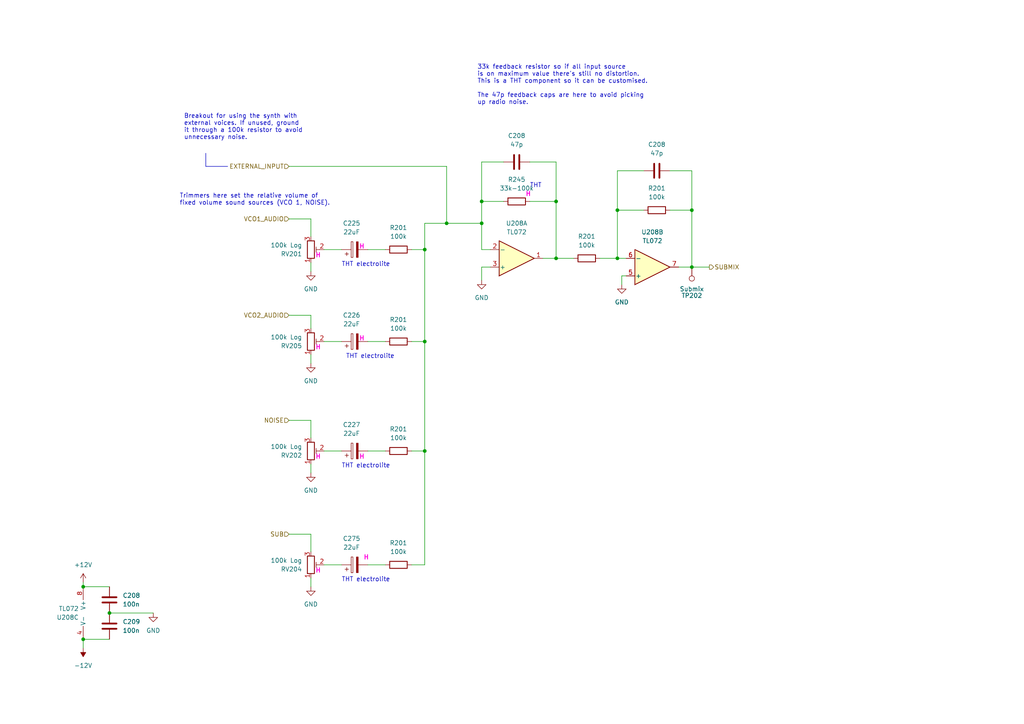
<source format=kicad_sch>
(kicad_sch (version 20231120) (generator "eeschema") (generator_version "8.0")
  (paper "A4")
  (title_block (title "Mixer"))
  (lib_symbols
    (symbol "Amplifier_Operational:TL072" (pin_names (offset 0.127))
      (property "Reference" "U" (at 0 5.08 0))
      (property "Value" "TL072" (at 0 -5.08 0))
      (symbol "TL072_1_1"
        (polyline (pts (xy -5.08 5.08) (xy 5.08 0) (xy -5.08 -5.08) (xy -5.08 5.08)) (stroke (width 0.254)) (fill (type background)))
        (pin output line (at 7.62 0 180) (length 2.54) (name "~") (number "1"))
        (pin input line (at -7.62 -2.54 0) (length 2.54) (name "-") (number "2"))
        (pin input line (at -7.62 2.54 0) (length 2.54) (name "+") (number "3"))
      )
      (symbol "TL072_2_1"
        (polyline (pts (xy -5.08 5.08) (xy 5.08 0) (xy -5.08 -5.08) (xy -5.08 5.08)) (stroke (width 0.254)) (fill (type background)))
        (pin input line (at -7.62 2.54 0) (length 2.54) (name "+") (number "5"))
        (pin input line (at -7.62 -2.54 0) (length 2.54) (name "-") (number "6"))
        (pin output line (at 7.62 0 180) (length 2.54) (name "~") (number "7"))
      )
      (symbol "TL072_3_1"
        (pin power_in line (at -2.54 -7.62 90) (length 3.81) (name "V-") (number "4"))
        (pin power_in line (at -2.54 7.62 270) (length 3.81) (name "V+") (number "8"))
      )
    )
    (symbol "Connector:TestPoint" (pin_numbers hide) (pin_names (offset 0.762) hide)
      (property "Reference" "TP" (at 0 6.858 0))
      (property "Value" "TestPoint" (at 0 5.08 0))
      (symbol "TestPoint_0_1"
        (circle (center 0 3.302) (radius 0.762))
      )
      (symbol "TestPoint_1_1"
        (pin passive line (at 0 0 90) (length 2.54) (name "1") (number "1"))
      )
    )
    (symbol "Device:C" (pin_numbers hide) (pin_names (offset 0.254))
      (property "Reference" "C" (at 0.635 2.54 0))
      (property "Value" "C" (at 0.635 -2.54 0))
      (symbol "C_0_1"
        (polyline (pts (xy -2.032 -0.762) (xy 2.032 -0.762)) (stroke (width 0.508)))
        (polyline (pts (xy -2.032 0.762) (xy 2.032 0.762)) (stroke (width 0.508)))
      )
      (symbol "C_1_1"
        (pin passive line (at 0 3.81 270) (length 2.794) (name "~") (number "1"))
        (pin passive line (at 0 -3.81 90) (length 2.794) (name "~") (number "2"))
      )
    )
    (symbol "Device:C_Polarized" (pin_numbers hide) (pin_names (offset 0.254))
      (property "Reference" "C" (at 0.635 2.54 0))
      (property "Value" "C_Polarized" (at 0.635 -2.54 0))
      (symbol "C_Polarized_0_1"
        (rectangle (start -2.286 0.508) (end 2.286 1.016))
        (polyline (pts (xy -1.778 2.286) (xy -0.762 2.286)))
        (polyline (pts (xy -1.27 2.794) (xy -1.27 1.778)))
        (rectangle (start 2.286 -0.508) (end -2.286 -1.016) (fill (type outline)))
      )
      (symbol "C_Polarized_1_1"
        (pin passive line (at 0 3.81 270) (length 2.794) (name "~") (number "1"))
        (pin passive line (at 0 -3.81 90) (length 2.794) (name "~") (number "2"))
      )
    )
    (symbol "Device:R" (pin_numbers hide) (pin_names (offset 0))
      (property "Reference" "R" (at 2.032 0 90))
      (property "Value" "R" (at 0 0 90))
      (symbol "R_0_1"
        (rectangle (start -1.016 -2.54) (end 1.016 2.54) (stroke (width 0.254)))
      )
      (symbol "R_1_1"
        (pin passive line (at 0 3.81 270) (length 1.27) (name "~") (number "1"))
        (pin passive line (at 0 -3.81 90) (length 1.27) (name "~") (number "2"))
      )
    )
    (symbol "Device:R_Potentiometer_Trim" (pin_names (offset 1.016) hide)
      (property "Reference" "RV" (at -4.445 0 90))
      (property "Value" "R_Potentiometer_Trim" (at -2.54 0 90))
      (symbol "R_Potentiometer_Trim_0_1"
        (polyline (pts (xy 1.524 0.762) (xy 1.524 -0.762)))
        (polyline (pts (xy 2.54 0) (xy 1.524 0)))
        (rectangle (start 1.016 2.54) (end -1.016 -2.54) (stroke (width 0.254)))
      )
      (symbol "R_Potentiometer_Trim_1_1"
        (pin passive line (at 0 3.81 270) (length 1.27) (name "1") (number "1"))
        (pin passive line (at 3.81 0 180) (length 1.27) (name "2") (number "2"))
        (pin passive line (at 0 -3.81 90) (length 1.27) (name "3") (number "3"))
      )
    )
    (symbol "power:+12V" (power) (pin_names (offset 0))
      (property "Value" "+12V" (at 0 3.556 0))
      (symbol "+12V_0_1"
        (polyline (pts (xy -0.762 1.27) (xy 0 2.54)))
        (polyline (pts (xy 0 0) (xy 0 2.54)))
        (polyline (pts (xy 0 2.54) (xy 0.762 1.27)))
      )
      (symbol "+12V_1_1"
        (pin power_in line (at 0 0 90) (length 0) hide (name "+12V") (number "1"))
      )
    )
    (symbol "power:-12V" (power) (pin_names (offset 0))
      (property "Value" "-12V" (at 0 3.81 0))
      (symbol "-12V_0_0"
        (pin power_in line (at 0 0 90) (length 0) hide (name "-12V") (number "1"))
      )
      (symbol "-12V_0_1"
        (polyline (pts (xy 0 0) (xy 0 1.27) (xy 0.762 1.27) (xy 0 2.54) (xy -0.762 1.27) (xy 0 1.27)) (fill (type outline)))
      )
    )
    (symbol "power:GND" (power) (pin_names (offset 0))
      (property "Value" "GND" (at 0 -3.81 0))
      (symbol "GND_0_1"
        (polyline (pts (xy 0 0) (xy 0 -1.27) (xy 1.27 -1.27) (xy 0 -2.54) (xy -1.27 -1.27) (xy 0 -1.27)))
      )
      (symbol "GND_1_1"
        (pin power_in line (at 0 0 270) (length 0) hide (name "GND") (number "1"))
      )
    )
  )
  (junction (at 123.19 72.39))
  (junction (at 179.07 74.93))
  (junction (at 123.19 130.81))
  (junction (at 31.75 177.8))
  (junction (at 129.54 64.77))
  (junction (at 161.29 74.93))
  (junction (at 179.07 60.96))
  (junction (at 200.66 77.47))
  (junction (at 139.7 58.42))
  (junction (at 123.19 99.06))
  (junction (at 24.13 185.42))
  (junction (at 161.29 58.42))
  (junction (at 24.13 170.18))
  (junction (at 139.7 64.77))
  (junction (at 200.66 60.96))
  (wire (pts (xy 194.31 60.96) (xy 200.66 60.96)))
  (wire (pts (xy 90.17 121.92) (xy 90.17 127)))
  (wire (pts (xy 180.34 82.55) (xy 180.34 80.01)))
  (wire (pts (xy 119.38 72.39) (xy 123.19 72.39)))
  (wire (pts (xy 90.17 78.74) (xy 90.17 76.2)))
  (wire (pts (xy 83.82 48.26) (xy 129.54 48.26)))
  (wire (pts (xy 24.13 187.96) (xy 24.13 185.42)))
  (wire (pts (xy 83.82 91.44) (xy 90.17 91.44)))
  (wire (pts (xy 83.82 121.92) (xy 90.17 121.92)))
  (wire (pts (xy 106.68 163.83) (xy 111.76 163.83)))
  (wire (pts (xy 123.19 130.81) (xy 123.19 163.83)))
  (wire (pts (xy 31.75 177.8) (xy 44.45 177.8)))
  (wire (pts (xy 129.54 64.77) (xy 139.7 64.77)))
  (wire (pts (xy 153.67 58.42) (xy 161.29 58.42)))
  (wire (pts (xy 161.29 74.93) (xy 166.37 74.93)))
  (wire (pts (xy 90.17 170.18) (xy 90.17 167.64)))
  (wire (pts (xy 179.07 60.96) (xy 179.07 74.93)))
  (wire (pts (xy 139.7 64.77) (xy 139.7 72.39)))
  (wire (pts (xy 90.17 154.94) (xy 90.17 160.02)))
  (wire (pts (xy 123.19 64.77) (xy 129.54 64.77)))
  (wire (pts (xy 106.68 72.39) (xy 111.76 72.39)))
  (wire (pts (xy 139.7 77.47) (xy 142.24 77.47)))
  (wire (pts (xy 173.99 74.93) (xy 179.07 74.93)))
  (wire (pts (xy 83.82 63.5) (xy 90.17 63.5)))
  (wire (pts (xy 119.38 130.81) (xy 123.19 130.81)))
  (wire (pts (xy 200.66 77.47) (xy 196.85 77.47)))
  (wire (pts (xy 161.29 58.42) (xy 161.29 74.93)))
  (wire (pts (xy 24.13 185.42) (xy 31.75 185.42)))
  (wire (pts (xy 24.13 170.18) (xy 31.75 170.18)))
  (wire (pts (xy 123.19 64.77) (xy 123.19 72.39)))
  (wire (pts (xy 179.07 49.53) (xy 179.07 60.96)))
  (wire (pts (xy 139.7 81.28) (xy 139.7 77.47)))
  (wire (pts (xy 93.98 99.06) (xy 99.06 99.06)))
  (wire (pts (xy 83.82 154.94) (xy 90.17 154.94)))
  (wire (pts (xy 24.13 168.91) (xy 24.13 170.18)))
  (polyline (pts (xy 59.69 48.26) (xy 66.04 48.26)))
  (wire (pts (xy 90.17 105.41) (xy 90.17 102.87)))
  (wire (pts (xy 200.66 77.47) (xy 205.74 77.47)))
  (wire (pts (xy 90.17 91.44) (xy 90.17 95.25)))
  (wire (pts (xy 200.66 49.53) (xy 200.66 60.96)))
  (wire (pts (xy 146.05 46.99) (xy 139.7 46.99)))
  (wire (pts (xy 123.19 130.81) (xy 123.19 99.06)))
  (wire (pts (xy 119.38 99.06) (xy 123.19 99.06)))
  (wire (pts (xy 153.67 46.99) (xy 161.29 46.99)))
  (wire (pts (xy 93.98 130.81) (xy 99.06 130.81)))
  (wire (pts (xy 186.69 60.96) (xy 179.07 60.96)))
  (wire (pts (xy 90.17 137.16) (xy 90.17 134.62)))
  (wire (pts (xy 119.38 163.83) (xy 123.19 163.83)))
  (wire (pts (xy 90.17 63.5) (xy 90.17 68.58)))
  (wire (pts (xy 161.29 46.99) (xy 161.29 58.42)))
  (wire (pts (xy 200.66 60.96) (xy 200.66 77.47)))
  (wire (pts (xy 139.7 58.42) (xy 139.7 64.77)))
  (wire (pts (xy 93.98 163.83) (xy 99.06 163.83)))
  (wire (pts (xy 139.7 72.39) (xy 142.24 72.39)))
  (wire (pts (xy 123.19 99.06) (xy 123.19 72.39)))
  (wire (pts (xy 139.7 46.99) (xy 139.7 58.42)))
  (wire (pts (xy 106.68 99.06) (xy 111.76 99.06)))
  (wire (pts (xy 180.34 80.01) (xy 181.61 80.01)))
  (wire (pts (xy 179.07 74.93) (xy 181.61 74.93)))
  (wire (pts (xy 194.31 49.53) (xy 200.66 49.53)))
  (wire (pts (xy 106.68 130.81) (xy 111.76 130.81)))
  (wire (pts (xy 129.54 48.26) (xy 129.54 64.77)))
  (wire (pts (xy 93.98 72.39) (xy 99.06 72.39)))
  (polyline (pts (xy 59.69 44.45) (xy 59.69 48.26)))
  (wire (pts (xy 146.05 58.42) (xy 139.7 58.42)))
  (wire (pts (xy 186.69 49.53) (xy 179.07 49.53)))
  (wire (pts (xy 161.29 74.93) (xy 157.48 74.93)))
  (text "THT electrolite" (at 99.06 168.91 0) (effects (font (size 1.27 1.27)) (justify left bottom)))
  (text "THT electrolite" (at 99.06 135.89 0) (effects (font (size 1.27 1.27)) (justify left bottom)))
  (text "H" (at 104.14 99.06 0) (effects (font (size 1.27 1.27) (thickness 0.254) (bold yes)) (justify left bottom)))
  (text "THT electrolite" (at 100.33 104.14 0) (effects (font (size 1.27 1.27)) (justify left bottom)))
  (text "33k feedback resistor so if all input source\nis on maximum value there's still no distortion.\nThis is a THT component so it can be customised.\n\nThe 47p feedback caps are here to avoid picking\nup radio noise." (at 138.43 30.48 0) (effects (font (size 1.27 1.27)) (justify left bottom)))
  (text "H" (at 91.44 101.6 0) (effects (font (size 1.27 1.27) (thickness 0.254) (bold yes)) (justify left bottom)))
  (text "H" (at 91.44 133.35 0) (effects (font (size 1.27 1.27) (thickness 0.254) (bold yes)) (justify left bottom)))
  (text "Trimmers here set the relative volume of\nfixed volume sound sources (VCO 1, NOISE)." (at 52.07 59.69 0) (effects (font (size 1.27 1.27)) (justify left bottom)))
  (text "H" (at 104.14 133.35 0) (effects (font (size 1.27 1.27) (thickness 0.254) (bold yes)) (justify left bottom)))
  (text "H" (at 105.41 162.56 0) (effects (font (size 1.27 1.27) (thickness 0.254) (bold yes)) (justify left bottom)))
  (text "H" (at 91.44 74.93 0) (effects (font (size 1.27 1.27) (thickness 0.254) (bold yes)) (justify left bottom)))
  (text "THT electrolite" (at 99.06 77.47 0) (effects (font (size 1.27 1.27)) (justify left bottom)))
  (text "H" (at 152.4 57.15 0) (effects (font (size 1.27 1.27) (thickness 0.254) (bold yes)) (justify left bottom)))
  (text "THT" (at 153.67 54.61 0) (effects (font (size 1.27 1.27)) (justify left bottom)))
  (text "H" (at 104.14 72.39 0) (effects (font (size 1.27 1.27) (thickness 0.254) (bold yes)) (justify left bottom)))
  (text "H" (at 91.44 166.37 0) (effects (font (size 1.27 1.27) (thickness 0.254) (bold yes)) (justify left bottom)))
  (text "Breakout for using the synth with \nexternal voices. If unused, ground\nit through a 100k resistor to avoid\nunnecessary noise." (at 53.34 40.64 0) (effects (font (size 1.27 1.27)) (justify left bottom)))
  (hierarchical_label "VCO1_AUDIO" (shape input) (at 83.82 63.5 180))
  (hierarchical_label "VCO2_AUDIO" (shape input) (at 83.82 91.44 180))
  (hierarchical_label "SUB" (shape input) (at 83.82 154.94 180))
  (hierarchical_label "NOISE" (shape input) (at 83.82 121.92 180))
  (hierarchical_label "EXTERNAL_INPUT" (shape input) (at 83.82 48.26 180))
  (hierarchical_label "SUBMIX" (shape output) (at 205.74 77.47 0))
  (symbol (lib_id "Amplifier_Operational:TL072") (at 149.86 74.93 0) (mirror x) (unit 1)
    (property "Reference" "U208" (at 149.86 64.77 0))
    (property "Value" "TL072" (at 149.86 67.31 0))
    (property "Footprint" "Package_SO:SOIC-8_3.9x4.9mm_P1.27mm" (effects (hide yes)))
    (property "Datasheet" "http://www.ti.com/lit/ds/symlink/tl071.pdf" (effects (hide yes)))
    (property "LCSC" "C6961" (effects (hide yes)))
  )
  (symbol (lib_id "power:GND") (at 90.17 105.41 0) (unit 1)
    (property "Reference" "#PWR0401" (effects (hide yes)))
    (property "Value" "GND" (at 90.17 110.49 0))
  )
  (symbol (lib_id "Device:C") (at 149.86 46.99 90) (unit 1)
    (property "Reference" "C208" (at 149.86 39.37 90))
    (property "Value" "47p" (at 149.86 41.91 90))
    (property "Footprint" "Capacitor_SMD:C_0603_1608Metric" (effects (hide yes)))
    (property "LCSC" "C1671" (effects (hide yes)))
    (instances (project "A-psu-voice-proto-4l" (path "" (reference "C208") (unit 1))) (project "core-rev-3" (path "" (reference "C205") (unit 1)) (path "" (reference "C215") (unit 1)) (path "" (reference "C282") (unit 1))) (project "hog-v2-voice-proto" (path "" (reference "C208") (unit 1))))
  )
  (symbol (lib_id "power:GND") (at 90.17 78.74 0) (unit 1)
    (property "Reference" "#PWR0257" (effects (hide yes)))
    (property "Value" "GND" (at 90.17 83.82 0))
  )
  (symbol (lib_id "Device:C_Polarized") (at 102.87 163.83 90) (unit 1) (in_bom no)
    (property "Reference" "C275" (at 101.981 156.21 90))
    (property "Value" "22uF" (at 101.981 158.75 90))
    (property "Footprint" "Capacitor_THT:CP_Radial_D6.3mm_P2.50mm" (effects (hide yes)))
  )
  (symbol (lib_id "Device:R") (at 115.57 163.83 90) (unit 1)
    (property "Reference" "R201" (at 115.57 157.48 90))
    (property "Value" "100k" (at 115.57 160.02 90))
    (property "Footprint" "Resistor_SMD:R_0603_1608Metric" (effects (hide yes)))
    (property "LCSC" "C25803" (effects (hide yes)))
    (instances (project "A-psu-voice-proto-4l" (path "" (reference "R201") (unit 1))) (project "core-rev-3" (path "" (reference "R201") (unit 1)) (path "" (reference "R338") (unit 1))) (project "hog-v2-voice-proto" (path "" (reference "R201") (unit 1))))
  )
  (symbol (lib_id "Device:C_Polarized") (at 102.87 99.06 90) (unit 1) (in_bom no)
    (property "Reference" "C226" (at 101.981 91.44 90))
    (property "Value" "22uF" (at 101.981 93.98 90))
    (property "Footprint" "Capacitor_THT:CP_Radial_D6.3mm_P2.50mm" (effects (hide yes)))
  )
  (symbol (lib_id "power:GND") (at 180.34 82.55 0) (unit 1)
    (property "Reference" "#PWR0260" (effects (hide yes)))
    (property "Value" "GND" (at 180.34 87.63 0))
  )
  (symbol (lib_id "Device:R_Potentiometer_Trim") (at 90.17 163.83 0) (mirror x) (unit 1) (in_bom no)
    (property "Reference" "RV204" (at 87.63 165.1 0) (effects (justify right)))
    (property "Value" "100k Log" (at 87.63 162.56 0) (effects (justify right)))
    (property "Footprint" "Potentiometer_THT:Potentiometer_ACP_CA6-H2,5_Horizontal" (effects (hide yes)))
  )
  (symbol (lib_id "Device:R_Potentiometer_Trim") (at 90.17 130.81 0) (mirror x) (unit 1) (in_bom no)
    (property "Reference" "RV202" (at 87.63 132.08 0) (effects (justify right)))
    (property "Value" "100k Log" (at 87.63 129.54 0) (effects (justify right)))
    (property "Footprint" "Potentiometer_THT:Potentiometer_ACP_CA6-H2,5_Horizontal" (effects (hide yes)))
  )
  (symbol (lib_id "Device:R") (at 115.57 130.81 90) (unit 1)
    (property "Reference" "R201" (at 115.57 124.46 90))
    (property "Value" "100k" (at 115.57 127 90))
    (property "Footprint" "Resistor_SMD:R_0603_1608Metric" (effects (hide yes)))
    (property "LCSC" "C25803" (effects (hide yes)))
    (instances (project "A-psu-voice-proto-4l" (path "" (reference "R201") (unit 1))) (project "core-rev-3" (path "" (reference "R201") (unit 1)) (path "" (reference "R244") (unit 1))) (project "hog-v2-voice-proto" (path "" (reference "R201") (unit 1))))
  )
  (symbol (lib_id "power:GND") (at 90.17 170.18 0) (unit 1)
    (property "Reference" "#PWR0325" (effects (hide yes)))
    (property "Value" "GND" (at 90.17 175.26 0))
  )
  (symbol (lib_id "Device:R") (at 190.5 60.96 90) (unit 1)
    (property "Reference" "R201" (at 190.5 54.61 90))
    (property "Value" "100k" (at 190.5 57.15 90))
    (property "Footprint" "Resistor_SMD:R_0603_1608Metric" (effects (hide yes)))
    (property "LCSC" "C25803" (effects (hide yes)))
    (instances (project "A-psu-voice-proto-4l" (path "" (reference "R201") (unit 1))) (project "core-rev-3" (path "" (reference "R201") (unit 1)) (path "" (reference "R247") (unit 1))) (project "hog-v2-voice-proto" (path "" (reference "R201") (unit 1))))
  )
  (symbol (lib_id "Connector:TestPoint") (at 200.66 77.47 180) (unit 1) (in_bom no)
    (property "Reference" "TP206" (at 200.66 85.725 0))
    (property "Value" "Submix" (at 200.66 83.82 0))
    (property "Footprint" "TestPoint:TestPoint_THTPad_2.0x2.0mm_Drill1.0mm" (effects (hide yes)))
    (instances (project "core-rev-3" (path "" (reference "TP202") (unit 1)) (path "" (reference "TP209") (unit 1)) (path "" (reference "TP210") (unit 1)) (path "" (reference "TP206") (unit 1)) (path "" (reference "TP224") (unit 1))))
  )
  (symbol (lib_id "power:GND") (at 44.45 177.8 0) (unit 1)
    (property "Reference" "#PWR0256" (effects (hide yes)))
    (property "Value" "GND" (at 44.45 182.88 0))
  )
  (symbol (lib_id "power:GND") (at 90.17 137.16 0) (unit 1)
    (property "Reference" "#PWR0258" (effects (hide yes)))
    (property "Value" "GND" (at 90.17 142.24 0))
  )
  (symbol (lib_id "power:GND") (at 139.7 81.28 0) (unit 1)
    (property "Reference" "#PWR0259" (effects (hide yes)))
    (property "Value" "GND" (at 139.7 86.36 0))
  )
  (symbol (lib_id "Device:R") (at 170.18 74.93 90) (unit 1)
    (property "Reference" "R201" (at 170.18 68.58 90))
    (property "Value" "100k" (at 170.18 71.12 90))
    (property "Footprint" "Resistor_SMD:R_0603_1608Metric" (effects (hide yes)))
    (property "LCSC" "C25803" (effects (hide yes)))
    (instances (project "A-psu-voice-proto-4l" (path "" (reference "R201") (unit 1))) (project "core-rev-3" (path "" (reference "R201") (unit 1)) (path "" (reference "R246") (unit 1))) (project "hog-v2-voice-proto" (path "" (reference "R201") (unit 1))))
  )
  (symbol (lib_id "Device:C") (at 190.5 49.53 90) (unit 1)
    (property "Reference" "C208" (at 190.5 41.91 90))
    (property "Value" "47p" (at 190.5 44.45 90))
    (property "Footprint" "Capacitor_SMD:C_0603_1608Metric" (effects (hide yes)))
    (property "LCSC" "C1671" (effects (hide yes)))
    (instances (project "A-psu-voice-proto-4l" (path "" (reference "C208") (unit 1))) (project "core-rev-3" (path "" (reference "C205") (unit 1)) (path "" (reference "C215") (unit 1)) (path "" (reference "C283") (unit 1))) (project "hog-v2-voice-proto" (path "" (reference "C208") (unit 1))))
  )
  (symbol (lib_id "Device:R") (at 149.86 58.42 90) (unit 1) (in_bom no)
    (property "Reference" "R245" (at 149.86 52.07 90))
    (property "Value" "33k-100k" (at 149.86 54.61 90))
    (property "Footprint" "Shmoergh_Custom_Footprints:R_Axial_DIN0207_L6.3mm_D2.5mm_P7.62mm_Horizontal" (effects (hide yes)))
  )
  (symbol (lib_id "Device:C") (at 31.75 173.99 0) (unit 1)
    (property "Reference" "C208" (at 35.56 172.72 0) (effects (justify left)))
    (property "Value" "100n" (at 35.56 175.26 0) (effects (justify left)))
    (property "Footprint" "Capacitor_SMD:C_0603_1608Metric" (effects (hide yes)))
    (property "LCSC" "C14663" (effects (hide yes)))
    (instances (project "A-psu-voice-proto-4l" (path "" (reference "C208") (unit 1))) (project "core-rev-3" (path "" (reference "C205") (unit 1)) (path "" (reference "C215") (unit 1)) (path "" (reference "C223") (unit 1))) (project "hog-v2-voice-proto" (path "" (reference "C208") (unit 1))))
  )
  (symbol (lib_id "Amplifier_Operational:TL072") (at 189.23 77.47 0) (mirror x) (unit 2)
    (property "Reference" "U208" (at 189.23 67.31 0))
    (property "Value" "TL072" (at 189.23 69.85 0))
    (property "Footprint" "Package_SO:SOIC-8_3.9x4.9mm_P1.27mm" (effects (hide yes)))
    (property "Datasheet" "http://www.ti.com/lit/ds/symlink/tl071.pdf" (effects (hide yes)))
    (property "LCSC" "C6961" (effects (hide yes)))
  )
  (symbol (lib_id "Device:R") (at 115.57 72.39 90) (unit 1)
    (property "Reference" "R201" (at 115.57 66.04 90))
    (property "Value" "100k" (at 115.57 68.58 90))
    (property "Footprint" "Resistor_SMD:R_0603_1608Metric" (effects (hide yes)))
    (property "LCSC" "C25803" (effects (hide yes)))
    (instances (project "A-psu-voice-proto-4l" (path "" (reference "R201") (unit 1))) (project "core-rev-3" (path "" (reference "R201") (unit 1)) (path "" (reference "R242") (unit 1))) (project "hog-v2-voice-proto" (path "" (reference "R201") (unit 1))))
  )
  (symbol (lib_id "Device:R_Potentiometer_Trim") (at 90.17 72.39 0) (mirror x) (unit 1) (in_bom no)
    (property "Reference" "RV201" (at 87.63 73.66 0) (effects (justify right)))
    (property "Value" "100k Log" (at 87.63 71.12 0) (effects (justify right)))
    (property "Footprint" "Potentiometer_THT:Potentiometer_ACP_CA6-H2,5_Horizontal" (effects (hide yes)))
  )
  (symbol (lib_id "power:-12V") (at 24.13 187.96 180) (unit 1)
    (property "Reference" "#PWR0255" (effects (hide yes)))
    (property "Value" "-12V" (at 24.13 193.04 0))
  )
  (symbol (lib_id "power:+12V") (at 24.13 168.91 0) (unit 1)
    (property "Reference" "#PWR0254" (effects (hide yes)))
    (property "Value" "+12V" (at 24.13 163.83 0))
  )
  (symbol (lib_id "Device:R_Potentiometer_Trim") (at 90.17 99.06 0) (mirror x) (unit 1) (in_bom no)
    (property "Reference" "RV205" (at 87.63 100.33 0) (effects (justify right)))
    (property "Value" "100k Log" (at 87.63 97.79 0) (effects (justify right)))
    (property "Footprint" "Potentiometer_THT:Potentiometer_ACP_CA6-H2,5_Horizontal" (effects (hide yes)))
  )
  (symbol (lib_id "Device:C") (at 31.75 181.61 0) (unit 1)
    (property "Reference" "C209" (at 35.56 180.34 0) (effects (justify left)))
    (property "Value" "100n" (at 35.56 182.88 0) (effects (justify left)))
    (property "Footprint" "Capacitor_SMD:C_0603_1608Metric" (effects (hide yes)))
    (property "LCSC" "C14663" (effects (hide yes)))
    (instances (project "A-psu-voice-proto-4l" (path "" (reference "C209") (unit 1))) (project "core-rev-3" (path "" (reference "C206") (unit 1)) (path "" (reference "C216") (unit 1)) (path "" (reference "C224") (unit 1))) (project "hog-v2-voice-proto" (path "" (reference "C209") (unit 1))))
  )
  (symbol (lib_id "Device:C_Polarized") (at 102.87 72.39 90) (unit 1) (in_bom no)
    (property "Reference" "C225" (at 101.981 64.77 90))
    (property "Value" "22uF" (at 101.981 67.31 90))
    (property "Footprint" "Capacitor_THT:CP_Radial_D6.3mm_P2.50mm" (effects (hide yes)))
  )
  (symbol (lib_id "Amplifier_Operational:TL072") (at 26.67 177.8 0) (unit 3)
    (property "Reference" "U208" (at 22.86 179.07 0) (effects (justify right)))
    (property "Value" "TL072" (at 22.86 176.53 0) (effects (justify right)))
    (property "Footprint" "Package_SO:SOIC-8_3.9x4.9mm_P1.27mm" (effects (hide yes)))
    (property "Datasheet" "http://www.ti.com/lit/ds/symlink/tl071.pdf" (effects (hide yes)))
    (property "LCSC" "C6961" (effects (hide yes)))
  )
  (symbol (lib_id "Device:R") (at 115.57 99.06 90) (unit 1)
    (property "Reference" "R201" (at 115.57 92.71 90))
    (property "Value" "100k" (at 115.57 95.25 90))
    (property "Footprint" "Resistor_SMD:R_0603_1608Metric" (effects (hide yes)))
    (property "LCSC" "C25803" (effects (hide yes)))
    (instances (project "A-psu-voice-proto-4l" (path "" (reference "R201") (unit 1))) (project "core-rev-3" (path "" (reference "R201") (unit 1)) (path "" (reference "R243") (unit 1))) (project "hog-v2-voice-proto" (path "" (reference "R201") (unit 1))))
  )
  (symbol (lib_id "Device:C_Polarized") (at 102.87 130.81 90) (unit 1) (in_bom no)
    (property "Reference" "C227" (at 101.981 123.19 90))
    (property "Value" "22uF" (at 101.981 125.73 90))
    (property "Footprint" "Capacitor_THT:CP_Radial_D6.3mm_P2.50mm" (effects (hide yes)))
  )
)
</source>
